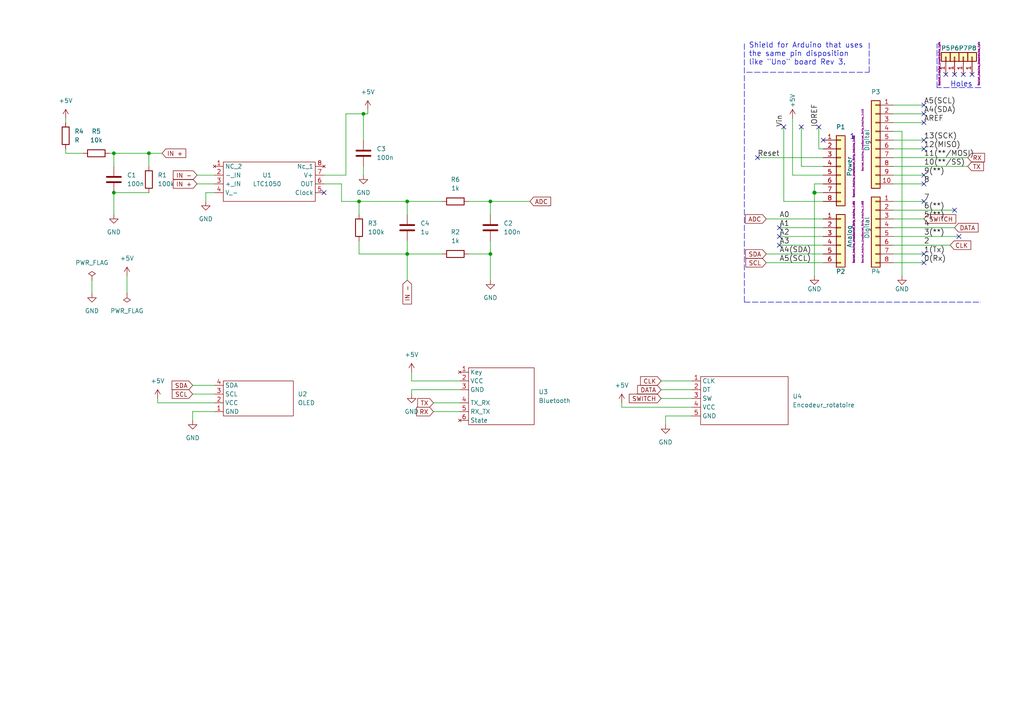
<source format=kicad_sch>
(kicad_sch (version 20211123) (generator eeschema)
  (paper "A4")
  (title_block (date "lun. 30 mars 2015"))
  (lib_symbols
    (symbol "Connector_Generic:Conn_01x01" (pin_names (offset 1.016) hide)
      (property "Reference" "J" (at 0 2.54 0))
      (property "Value" "Conn_01x01" (at 0 -2.54 0))
      (symbol "Conn_01x01_1_1"
        (rectangle (start -1.27 0.127) (end 0 -0.127) (stroke (width 0.1524)))
        (rectangle (start -1.27 1.27) (end 1.27 -1.27) (stroke (width 0.254)) (fill (type background)))
        (pin passive line (at -5.08 0 0) (length 3.81) (name "Pin_1") (number "1"))
      )
    )
    (symbol "Connector_Generic:Conn_01x06" (pin_names (offset 1.016) hide)
      (property "Reference" "J" (at 0 7.62 0))
      (property "Value" "Conn_01x06" (at 0 -10.16 0))
      (symbol "Conn_01x06_1_1"
        (rectangle (start -1.27 -7.493) (end 0 -7.747) (stroke (width 0.1524)))
        (rectangle (start -1.27 -4.953) (end 0 -5.207) (stroke (width 0.1524)))
        (rectangle (start -1.27 -2.413) (end 0 -2.667) (stroke (width 0.1524)))
        (rectangle (start -1.27 0.127) (end 0 -0.127) (stroke (width 0.1524)))
        (rectangle (start -1.27 2.667) (end 0 2.413) (stroke (width 0.1524)))
        (rectangle (start -1.27 5.207) (end 0 4.953) (stroke (width 0.1524)))
        (rectangle (start -1.27 6.35) (end 1.27 -8.89) (stroke (width 0.254)) (fill (type background)))
        (pin passive line (at -5.08 5.08 0) (length 3.81) (name "Pin_1") (number "1"))
        (pin passive line (at -5.08 2.54 0) (length 3.81) (name "Pin_2") (number "2"))
        (pin passive line (at -5.08 0 0) (length 3.81) (name "Pin_3") (number "3"))
        (pin passive line (at -5.08 -2.54 0) (length 3.81) (name "Pin_4") (number "4"))
        (pin passive line (at -5.08 -5.08 0) (length 3.81) (name "Pin_5") (number "5"))
        (pin passive line (at -5.08 -7.62 0) (length 3.81) (name "Pin_6") (number "6"))
      )
    )
    (symbol "Connector_Generic:Conn_01x08" (pin_names (offset 1.016) hide)
      (property "Reference" "J" (at 0 10.16 0))
      (property "Value" "Conn_01x08" (at 0 -12.7 0))
      (symbol "Conn_01x08_1_1"
        (rectangle (start -1.27 -10.033) (end 0 -10.287) (stroke (width 0.1524)))
        (rectangle (start -1.27 -7.493) (end 0 -7.747) (stroke (width 0.1524)))
        (rectangle (start -1.27 -4.953) (end 0 -5.207) (stroke (width 0.1524)))
        (rectangle (start -1.27 -2.413) (end 0 -2.667) (stroke (width 0.1524)))
        (rectangle (start -1.27 0.127) (end 0 -0.127) (stroke (width 0.1524)))
        (rectangle (start -1.27 2.667) (end 0 2.413) (stroke (width 0.1524)))
        (rectangle (start -1.27 5.207) (end 0 4.953) (stroke (width 0.1524)))
        (rectangle (start -1.27 7.747) (end 0 7.493) (stroke (width 0.1524)))
        (rectangle (start -1.27 8.89) (end 1.27 -11.43) (stroke (width 0.254)) (fill (type background)))
        (pin passive line (at -5.08 7.62 0) (length 3.81) (name "Pin_1") (number "1"))
        (pin passive line (at -5.08 5.08 0) (length 3.81) (name "Pin_2") (number "2"))
        (pin passive line (at -5.08 2.54 0) (length 3.81) (name "Pin_3") (number "3"))
        (pin passive line (at -5.08 0 0) (length 3.81) (name "Pin_4") (number "4"))
        (pin passive line (at -5.08 -2.54 0) (length 3.81) (name "Pin_5") (number "5"))
        (pin passive line (at -5.08 -5.08 0) (length 3.81) (name "Pin_6") (number "6"))
        (pin passive line (at -5.08 -7.62 0) (length 3.81) (name "Pin_7") (number "7"))
        (pin passive line (at -5.08 -10.16 0) (length 3.81) (name "Pin_8") (number "8"))
      )
    )
    (symbol "Connector_Generic:Conn_01x10" (pin_names (offset 1.016) hide)
      (property "Reference" "J" (at 0 12.7 0))
      (property "Value" "Conn_01x10" (at 0 -15.24 0))
      (symbol "Conn_01x10_1_1"
        (rectangle (start -1.27 -12.573) (end 0 -12.827) (stroke (width 0.1524)))
        (rectangle (start -1.27 -10.033) (end 0 -10.287) (stroke (width 0.1524)))
        (rectangle (start -1.27 -7.493) (end 0 -7.747) (stroke (width 0.1524)))
        (rectangle (start -1.27 -4.953) (end 0 -5.207) (stroke (width 0.1524)))
        (rectangle (start -1.27 -2.413) (end 0 -2.667) (stroke (width 0.1524)))
        (rectangle (start -1.27 0.127) (end 0 -0.127) (stroke (width 0.1524)))
        (rectangle (start -1.27 2.667) (end 0 2.413) (stroke (width 0.1524)))
        (rectangle (start -1.27 5.207) (end 0 4.953) (stroke (width 0.1524)))
        (rectangle (start -1.27 7.747) (end 0 7.493) (stroke (width 0.1524)))
        (rectangle (start -1.27 10.287) (end 0 10.033) (stroke (width 0.1524)))
        (rectangle (start -1.27 11.43) (end 1.27 -13.97) (stroke (width 0.254)) (fill (type background)))
        (pin passive line (at -5.08 10.16 0) (length 3.81) (name "Pin_1") (number "1"))
        (pin passive line (at -5.08 -12.7 0) (length 3.81) (name "Pin_10") (number "10"))
        (pin passive line (at -5.08 7.62 0) (length 3.81) (name "Pin_2") (number "2"))
        (pin passive line (at -5.08 5.08 0) (length 3.81) (name "Pin_3") (number "3"))
        (pin passive line (at -5.08 2.54 0) (length 3.81) (name "Pin_4") (number "4"))
        (pin passive line (at -5.08 0 0) (length 3.81) (name "Pin_5") (number "5"))
        (pin passive line (at -5.08 -2.54 0) (length 3.81) (name "Pin_6") (number "6"))
        (pin passive line (at -5.08 -5.08 0) (length 3.81) (name "Pin_7") (number "7"))
        (pin passive line (at -5.08 -7.62 0) (length 3.81) (name "Pin_8") (number "8"))
        (pin passive line (at -5.08 -10.16 0) (length 3.81) (name "Pin_9") (number "9"))
      )
    )
    (symbol "Device:C" (pin_numbers hide) (pin_names (offset 0.254))
      (property "Reference" "C" (at 0.635 2.54 0))
      (property "Value" "C" (at 0.635 -2.54 0))
      (symbol "C_0_1"
        (polyline (pts (xy -2.032 -0.762) (xy 2.032 -0.762)) (stroke (width 0.508)))
        (polyline (pts (xy -2.032 0.762) (xy 2.032 0.762)) (stroke (width 0.508)))
      )
      (symbol "C_1_1"
        (pin passive line (at 0 3.81 270) (length 2.794) (name "~") (number "1"))
        (pin passive line (at 0 -3.81 90) (length 2.794) (name "~") (number "2"))
      )
    )
    (symbol "Device:R" (pin_numbers hide) (pin_names (offset 0))
      (property "Reference" "R" (at 2.032 0 90))
      (property "Value" "R" (at 0 0 90))
      (symbol "R_0_1"
        (rectangle (start -1.016 -2.54) (end 1.016 2.54) (stroke (width 0.254)))
      )
      (symbol "R_1_1"
        (pin passive line (at 0 3.81 270) (length 1.27) (name "~") (number "1"))
        (pin passive line (at 0 -3.81 90) (length 1.27) (name "~") (number "2"))
      )
    )
    (symbol "Encodeur_rotatoire_1"
      (property "Reference" "U" (at 0 0 0))
      (property "Value" "Encodeur_rotatoire_1" (at 0 0 0))
      (symbol "Encodeur_rotatoire_1_0_1"
        (rectangle (start -12.7 7.62) (end 12.7 -6.35))
      )
      (symbol "Encodeur_rotatoire_1_1_1"
        (pin input line (at -15.24 6.35 0) (length 2.54) (name "CLK") (number "1"))
        (pin input line (at -15.24 3.81 0) (length 2.54) (name "DT") (number "2"))
        (pin input line (at -15.24 1.27 0) (length 2.54) (name "SW") (number "3"))
        (pin input line (at -15.24 -1.27 0) (length 2.54) (name "VCC") (number "4"))
        (pin unspecified line (at -15.24 -3.81 0) (length 2.54) (name "GND") (number "5"))
      )
    )
    (symbol "New_Library:Bluetooth"
      (property "Reference" "U" (at 3.81 0 0))
      (property "Value" "Bluetooth" (at 3.81 -2.54 0))
      (symbol "Bluetooth_0_1"
        (rectangle (start -8.89 7.62) (end 10.16 -8.89))
      )
      (symbol "Bluetooth_1_1"
        (pin no_connect line (at -11.43 6.35 0) (length 2.54) (name "Key") (number "1"))
        (pin input line (at -11.43 3.81 0) (length 2.54) (name "VCC") (number "2"))
        (pin unspecified line (at -11.43 1.27 0) (length 2.54) (name "GND") (number "3"))
        (pin input line (at -11.43 -2.54 0) (length 2.54) (name "TX_RX") (number "4"))
        (pin input line (at -11.43 -5.08 0) (length 2.54) (name "RX_TX") (number "5"))
        (pin no_connect line (at -11.43 -7.62 0) (length 2.54) (name "State") (number "6"))
      )
    )
    (symbol "New_Library:LTC1050"
      (property "Reference" "U" (at -7.62 0 0))
      (property "Value" "LTC1050" (at 6.35 0 0))
      (symbol "LTC1050_0_1"
        (rectangle (start -12.7 -2.54) (end 13.97 -13.97))
      )
      (symbol "LTC1050_1_1"
        (pin no_connect line (at -15.24 -3.81 0) (length 2.54) (name "NC_2") (number "1"))
        (pin input line (at -15.24 -6.35 0) (length 2.54) (name "-_IN") (number "2"))
        (pin input line (at -15.24 -8.89 0) (length 2.54) (name "+_IN") (number "3"))
        (pin input line (at -15.24 -11.43 0) (length 2.54) (name "V_-") (number "4"))
        (pin input line (at 16.51 -11.43 180) (length 2.54) (name "Clock") (number "5"))
        (pin output line (at 16.51 -8.89 180) (length 2.54) (name "OUT") (number "6"))
        (pin input line (at 16.51 -6.35 180) (length 2.54) (name "V+") (number "7"))
        (pin no_connect line (at 16.51 -3.81 180) (length 2.54) (name "Nc_1") (number "8"))
      )
    )
    (symbol "OLED_1"
      (property "Reference" "U2" (at 0 0 0))
      (property "Value" "OLED_1" (at 0 2.54 0))
      (symbol "OLED_1_0_1"
        (rectangle (start -10.16 6.35) (end 10.16 -3.81))
      )
      (symbol "OLED_1_1_1"
        (pin unspecified line (at -12.7 -2.54 0) (length 2.54) (name "GND") (number "1"))
        (pin input line (at -12.7 0 0) (length 2.54) (name "VCC") (number "2"))
        (pin input line (at -12.7 2.54 0) (length 2.54) (name "SCL") (number "3"))
        (pin input line (at -12.7 5.08 0) (length 2.54) (name "SDA") (number "4"))
      )
    )
    (symbol "power:+5V" (power) (pin_names (offset 0))
      (property "Value" "+5V" (at 0 3.556 0))
      (symbol "+5V_0_1"
        (polyline (pts (xy -0.762 1.27) (xy 0 2.54)))
        (polyline (pts (xy 0 0) (xy 0 2.54)))
        (polyline (pts (xy 0 2.54) (xy 0.762 1.27)))
      )
      (symbol "+5V_1_1"
        (pin power_in line (at 0 0 90) (length 0) hide (name "+5V") (number "1"))
      )
    )
    (symbol "power:GND" (power) (pin_names (offset 0))
      (property "Value" "GND" (at 0 -3.81 0))
      (symbol "GND_0_1"
        (polyline (pts (xy 0 0) (xy 0 -1.27) (xy 1.27 -1.27) (xy 0 -2.54) (xy -1.27 -1.27) (xy 0 -1.27)))
      )
      (symbol "GND_1_1"
        (pin power_in line (at 0 0 270) (length 0) hide (name "GND") (number "1"))
      )
    )
    (symbol "power:PWR_FLAG" (power) (pin_numbers hide) (pin_names (offset 0) hide)
      (property "Value" "PWR_FLAG" (at 0 3.81 0))
      (symbol "PWR_FLAG_0_0"
        (pin power_out line (at 0 0 90) (length 0) (name "pwr") (number "1"))
      )
      (symbol "PWR_FLAG_0_1"
        (polyline (pts (xy 0 0) (xy 0 1.27) (xy -1.016 1.905) (xy 0 2.54) (xy 1.016 1.905) (xy 0 1.27)))
      )
    )
  )
  (junction (at 236.22 55.88) (diameter 1.016))
  (junction (at 104.14 58.42))
  (junction (at 33.02 55.88))
  (junction (at 105.41 33.02))
  (junction (at 118.11 58.42))
  (junction (at 43.18 44.45))
  (junction (at 33.02 44.45))
  (junction (at 142.24 73.66))
  (junction (at 118.11 73.66))
  (junction (at 142.24 58.42))
  (no_connect (at 93.98 55.88))
  (no_connect (at 279.4 21.59))
  (no_connect (at 274.32 21.59))
  (no_connect (at 227.33 36.83))
  (no_connect (at 276.86 60.96))
  (no_connect (at 267.97 33.02))
  (no_connect (at 267.97 35.56))
  (no_connect (at 267.97 40.64))
  (no_connect (at 267.97 43.18))
  (no_connect (at 267.97 50.8))
  (no_connect (at 237.49 36.83))
  (no_connect (at 219.71 45.72))
  (no_connect (at 226.06 66.04))
  (no_connect (at 226.06 68.58))
  (no_connect (at 226.06 71.12))
  (no_connect (at 267.97 30.48))
  (no_connect (at 267.97 53.34))
  (no_connect (at 267.97 58.42))
  (no_connect (at 278.13 68.58))
  (no_connect (at 267.97 76.2))
  (no_connect (at 267.97 73.66))
  (no_connect (at 276.86 21.59))
  (no_connect (at 281.94 21.59))
  (no_connect (at 238.76 40.64))
  (no_connect (at 232.41 36.83))
  (wire (pts (xy 33.02 44.45) (xy 33.02 48.26)))
  (wire (pts (xy 106.68 33.02) (xy 106.68 31.75)))
  (wire (pts (xy 238.76 48.26) (xy 232.41 48.26)))
  (wire (pts (xy 100.33 50.8) (xy 100.33 33.02)))
  (wire (pts (xy 238.76 71.12) (xy 226.06 71.12)))
  (wire (pts (xy 135.89 73.66) (xy 142.24 73.66)))
  (wire (pts (xy 193.04 120.65) (xy 200.66 120.65)))
  (polyline (pts (xy 252.095 20.955) (xy 252.095 12.065)) (stroke (width 0) (type dash)))
  (wire (pts (xy 259.08 63.5) (xy 267.97 63.5)))
  (wire (pts (xy 118.11 73.66) (xy 128.27 73.66)))
  (wire (pts (xy 43.18 44.45) (xy 43.18 48.26)))
  (wire (pts (xy 59.69 58.42) (xy 59.69 55.88)))
  (wire (pts (xy 104.14 73.66) (xy 118.11 73.66)))
  (wire (pts (xy 135.89 58.42) (xy 142.24 58.42)))
  (wire (pts (xy 118.11 69.85) (xy 118.11 73.66)))
  (wire (pts (xy 33.02 55.88) (xy 33.02 62.23)))
  (wire (pts (xy 236.22 53.34) (xy 236.22 55.88)))
  (wire (pts (xy 118.11 58.42) (xy 128.27 58.42)))
  (wire (pts (xy 59.69 55.88) (xy 62.23 55.88)))
  (wire (pts (xy 259.08 43.18) (xy 267.97 43.18)))
  (wire (pts (xy 125.73 116.84) (xy 133.35 116.84)))
  (wire (pts (xy 261.62 38.1) (xy 261.62 80.01)))
  (wire (pts (xy 238.76 53.34) (xy 236.22 53.34)))
  (wire (pts (xy 104.14 58.42) (xy 118.11 58.42)))
  (wire (pts (xy 180.34 116.84) (xy 180.34 118.11)))
  (wire (pts (xy 45.72 116.84) (xy 62.23 116.84)))
  (wire (pts (xy 55.88 121.92) (xy 55.88 119.38)))
  (wire (pts (xy 55.88 119.38) (xy 62.23 119.38)))
  (wire (pts (xy 259.08 53.34) (xy 267.97 53.34)))
  (wire (pts (xy 237.49 43.18) (xy 238.76 43.18)))
  (wire (pts (xy 238.76 50.8) (xy 229.87 50.8)))
  (wire (pts (xy 19.05 34.29) (xy 19.05 35.56)))
  (wire (pts (xy 142.24 69.85) (xy 142.24 73.66)))
  (wire (pts (xy 259.08 40.64) (xy 267.97 40.64)))
  (wire (pts (xy 93.98 53.34) (xy 99.06 53.34)))
  (wire (pts (xy 259.08 58.42) (xy 267.97 58.42)))
  (wire (pts (xy 238.76 66.04) (xy 226.06 66.04)))
  (wire (pts (xy 191.77 115.57) (xy 200.66 115.57)))
  (wire (pts (xy 259.08 30.48) (xy 267.97 30.48)))
  (wire (pts (xy 191.77 110.49) (xy 200.66 110.49)))
  (wire (pts (xy 57.15 50.8) (xy 62.23 50.8)))
  (wire (pts (xy 259.08 71.12) (xy 275.59 71.12)))
  (wire (pts (xy 191.77 113.03) (xy 200.66 113.03)))
  (wire (pts (xy 104.14 58.42) (xy 104.14 62.23)))
  (wire (pts (xy 99.06 58.42) (xy 104.14 58.42)))
  (wire (pts (xy 26.67 81.28) (xy 26.67 85.09)))
  (wire (pts (xy 105.41 33.02) (xy 105.41 40.64)))
  (wire (pts (xy 238.76 58.42) (xy 227.33 58.42)))
  (wire (pts (xy 125.73 119.38) (xy 133.35 119.38)))
  (wire (pts (xy 43.18 44.45) (xy 46.99 44.45)))
  (wire (pts (xy 33.02 55.88) (xy 43.18 55.88)))
  (wire (pts (xy 19.05 44.45) (xy 24.13 44.45)))
  (wire (pts (xy 19.05 43.18) (xy 19.05 44.45)))
  (wire (pts (xy 222.25 63.5) (xy 238.76 63.5)))
  (wire (pts (xy 118.11 58.42) (xy 118.11 62.23)))
  (wire (pts (xy 99.06 53.34) (xy 99.06 58.42)))
  (wire (pts (xy 259.08 45.72) (xy 280.67 45.72)))
  (wire (pts (xy 222.25 73.66) (xy 238.76 73.66)))
  (polyline (pts (xy 284.48 25.4) (xy 271.78 25.4)) (stroke (width 0) (type dash)))
  (wire (pts (xy 31.75 44.45) (xy 33.02 44.45)))
  (wire (pts (xy 238.76 45.72) (xy 219.71 45.72)))
  (wire (pts (xy 259.08 38.1) (xy 261.62 38.1)))
  (wire (pts (xy 142.24 58.42) (xy 153.67 58.42)))
  (wire (pts (xy 238.76 55.88) (xy 236.22 55.88)))
  (wire (pts (xy 259.08 50.8) (xy 267.97 50.8)))
  (wire (pts (xy 142.24 58.42) (xy 142.24 62.23)))
  (wire (pts (xy 105.41 48.26) (xy 105.41 50.8)))
  (wire (pts (xy 119.38 110.49) (xy 133.35 110.49)))
  (wire (pts (xy 119.38 107.95) (xy 119.38 110.49)))
  (wire (pts (xy 236.22 55.88) (xy 236.22 80.01)))
  (wire (pts (xy 227.33 58.42) (xy 227.33 36.83)))
  (wire (pts (xy 55.88 114.3) (xy 62.23 114.3)))
  (polyline (pts (xy 215.9 87.63) (xy 284.48 87.63)) (stroke (width 0) (type dash)))
  (wire (pts (xy 259.08 68.58) (xy 278.13 68.58)))
  (wire (pts (xy 142.24 73.66) (xy 142.24 81.28)))
  (wire (pts (xy 222.25 76.2) (xy 238.76 76.2)))
  (wire (pts (xy 259.08 73.66) (xy 267.97 73.66)))
  (polyline (pts (xy 271.78 25.4) (xy 271.78 12.7)) (stroke (width 0) (type dash)))
  (wire (pts (xy 55.88 111.76) (xy 62.23 111.76)))
  (wire (pts (xy 259.08 60.96) (xy 276.86 60.96)))
  (wire (pts (xy 45.72 115.57) (xy 45.72 116.84)))
  (wire (pts (xy 33.02 44.45) (xy 43.18 44.45)))
  (wire (pts (xy 229.87 50.8) (xy 229.87 34.29)))
  (wire (pts (xy 259.08 33.02) (xy 267.97 33.02)))
  (wire (pts (xy 100.33 33.02) (xy 105.41 33.02)))
  (wire (pts (xy 259.08 66.04) (xy 276.86 66.04)))
  (wire (pts (xy 105.41 33.02) (xy 106.68 33.02)))
  (wire (pts (xy 259.08 35.56) (xy 267.97 35.56)))
  (wire (pts (xy 119.38 113.03) (xy 119.38 114.3)))
  (wire (pts (xy 93.98 50.8) (xy 100.33 50.8)))
  (polyline (pts (xy 215.9 12.7) (xy 215.9 87.63)) (stroke (width 0) (type dash)))
  (wire (pts (xy 119.38 113.03) (xy 133.35 113.03)))
  (wire (pts (xy 232.41 48.26) (xy 232.41 36.83)))
  (wire (pts (xy 237.49 36.83) (xy 237.49 43.18)))
  (wire (pts (xy 57.15 53.34) (xy 62.23 53.34)))
  (wire (pts (xy 193.04 123.19) (xy 193.04 120.65)))
  (wire (pts (xy 36.83 80.01) (xy 36.83 85.09)))
  (wire (pts (xy 259.08 76.2) (xy 267.97 76.2)))
  (wire (pts (xy 259.08 48.26) (xy 280.67 48.26)))
  (wire (pts (xy 180.34 118.11) (xy 200.66 118.11)))
  (wire (pts (xy 238.76 68.58) (xy 226.06 68.58)))
  (wire (pts (xy 104.14 69.85) (xy 104.14 73.66)))
  (polyline (pts (xy 216.535 20.955) (xy 252.095 20.955)) (stroke (width 0) (type dash)))
  (wire (pts (xy 118.11 73.66) (xy 118.11 81.28)))
  (text "Holes" (at 275.59 25.4 0) (effects (font (size 1.524 1.524)) (justify left bottom)))
  (text "Shield for Arduino that uses\nthe same pin disposition\nlike \"Uno\" board Rev 3." (at 217.17 19.05 0) (effects (font (size 1.524 1.524)) (justify left bottom)))
  (text "1" (at 246.38 40.64 0) (effects (font (size 1.524 1.524)) (justify left bottom)))
  (label "Vin" (at 227.33 36.83 90) (effects (font (size 1.524 1.524))))
  (label "0(Rx)" (at 267.97 76.2 0) (effects (font (size 1.524 1.524))))
  (label "A4(SDA)" (at 226.06 73.66 0) (effects (font (size 1.524 1.524))))
  (label "4" (at 267.97 66.04 0) (effects (font (size 1.524 1.524))))
  (label "5(**)" (at 267.97 63.5 0) (effects (font (size 1.524 1.524))))
  (label "A2" (at 226.06 68.58 0) (effects (font (size 1.524 1.524))))
  (label "A5(SCL)" (at 226.06 76.2 0) (effects (font (size 1.524 1.524))))
  (label "A0" (at 226.06 63.5 0) (effects (font (size 1.524 1.524))))
  (label "A1" (at 226.06 66.04 0) (effects (font (size 1.524 1.524))))
  (label "10(**/SS)" (at 267.97 48.26 0) (effects (font (size 1.524 1.524))))
  (label "13(SCK)" (at 267.97 40.64 0) (effects (font (size 1.524 1.524))))
  (label "7" (at 267.97 58.42 0) (effects (font (size 1.524 1.524))))
  (label "A4(SDA)" (at 267.97 33.02 0) (effects (font (size 1.524 1.524))))
  (label "A3" (at 226.06 71.12 0) (effects (font (size 1.524 1.524))))
  (label "Reset" (at 219.71 45.72 0) (effects (font (size 1.524 1.524))))
  (label "2" (at 267.97 71.12 0) (effects (font (size 1.524 1.524))))
  (label "12(MISO)" (at 267.97 43.18 0) (effects (font (size 1.524 1.524))))
  (label "3(**)" (at 267.97 68.58 0) (effects (font (size 1.524 1.524))))
  (label "9(**)" (at 267.97 50.8 0) (effects (font (size 1.524 1.524))))
  (label "8" (at 267.97 53.34 0) (effects (font (size 1.524 1.524))))
  (label "A5(SCL)" (at 267.97 30.48 0) (effects (font (size 1.524 1.524))))
  (label "IOREF" (at 237.49 36.83 90) (effects (font (size 1.524 1.524))))
  (label "AREF" (at 267.97 35.56 0) (effects (font (size 1.524 1.524))))
  (label "11(**/MOSI)" (at 267.97 45.72 0) (effects (font (size 1.524 1.524))))
  (label "1(Tx)" (at 267.97 73.66 0) (effects (font (size 1.524 1.524))))
  (label "6(**)" (at 267.97 60.96 0) (effects (font (size 1.524 1.524))))
  (global_label "DATA" (shape input) (at 191.77 113.03 180) (property "Intersheet References" "${INTERSHEET_REFS}" (effects hide)))
  (global_label "CLK" (shape input) (at 275.59 71.12 0) (property "Intersheet References" "${INTERSHEET_REFS}" (effects hide)))
  (global_label "SDA" (shape input) (at 222.25 73.66 180) (property "Intersheet References" "${INTERSHEET_REFS}" (effects hide)))
  (global_label "RX" (shape input) (at 280.67 45.72 0) (property "Intersheet References" "${INTERSHEET_REFS}" (effects hide)))
  (global_label "SDA" (shape input) (at 55.88 111.76 180) (property "Intersheet References" "${INTERSHEET_REFS}" (effects hide)))
  (global_label "RX" (shape input) (at 125.73 119.38 180) (property "Intersheet References" "${INTERSHEET_REFS}" (effects hide)))
  (global_label "IN +" (shape input) (at 57.15 53.34 180) (property "Intersheet References" "${INTERSHEET_REFS}" (effects hide)))
  (global_label "TX" (shape input) (at 125.73 116.84 180) (property "Intersheet References" "${INTERSHEET_REFS}" (effects hide)))
  (global_label "CLK" (shape input) (at 191.77 110.49 180) (property "Intersheet References" "${INTERSHEET_REFS}" (effects hide)))
  (global_label "IN -" (shape input) (at 118.11 81.28 270) (property "Intersheet References" "${INTERSHEET_REFS}" (effects hide)))
  (global_label "IN +" (shape input) (at 46.99 44.45 0) (property "Intersheet References" "${INTERSHEET_REFS}" (effects hide)))
  (global_label "DATA" (shape input) (at 276.86 66.04 0) (property "Intersheet References" "${INTERSHEET_REFS}" (effects hide)))
  (global_label "ADC" (shape input) (at 153.67 58.42 0) (property "Intersheet References" "${INTERSHEET_REFS}" (effects hide)))
  (global_label "TX" (shape input) (at 280.67 48.26 0) (property "Intersheet References" "${INTERSHEET_REFS}" (effects hide)))
  (global_label "SWITCH" (shape input) (at 267.97 63.5 0) (property "Intersheet References" "${INTERSHEET_REFS}" (effects hide)))
  (global_label "SCL" (shape input) (at 55.88 114.3 180) (property "Intersheet References" "${INTERSHEET_REFS}" (effects hide)))
  (global_label "ADC" (shape input) (at 222.25 63.5 180) (property "Intersheet References" "${INTERSHEET_REFS}" (effects hide)))
  (global_label "SWITCH" (shape input) (at 191.77 115.57 180) (property "Intersheet References" "${INTERSHEET_REFS}" (effects hide)))
  (global_label "IN -" (shape input) (at 57.15 50.8 180) (property "Intersheet References" "${INTERSHEET_REFS}" (effects hide)))
  (global_label "SCL" (shape input) (at 222.25 76.2 180) (property "Intersheet References" "${INTERSHEET_REFS}" (effects hide)))
  (symbol (lib_id "Connector_Generic:Conn_01x08") (at 243.84 48.26 0) (unit 1)
    (property "Reference" "P1" (at 243.84 36.83 0))
    (property "Value" "Power" (at 246.38 48.26 90))
    (property "Footprint" "Socket_Arduino_Uno:Socket_Strip_Arduino_1x08" (at 247.65 48.26 90) (effects (font (size 0.508 0.508))))
  )
  (symbol (lib_id "power:+5V") (at 229.87 34.29 0) (unit 1)
    (property "Reference" "#PWR02" (effects hide))
    (property "Value" "+5V" (at 229.87 29.21 90))
  )
  (symbol (lib_id "power:GND") (at 236.22 80.01 0) (unit 1)
    (property "Reference" "#PWR03" (effects hide))
    (property "Value" "GND" (at 236.22 83.82 0))
  )
  (symbol (lib_id "power:GND") (at 261.62 80.01 0) (unit 1)
    (property "Reference" "#PWR04" (effects hide))
    (property "Value" "GND" (at 261.62 83.82 0))
  )
  (symbol (lib_id "Connector_Generic:Conn_01x06") (at 243.84 68.58 0) (unit 1)
    (property "Reference" "P2" (at 243.84 78.74 0))
    (property "Value" "Analog" (at 246.38 68.58 90))
    (property "Footprint" "Socket_Arduino_Uno:Socket_Strip_Arduino_1x06" (at 247.65 67.31 90) (effects (font (size 0.508 0.508))))
  )
  (symbol (lib_id "Connector_Generic:Conn_01x01") (at 274.32 16.51 90) (unit 1)
    (property "Reference" "P5" (at 274.32 13.97 90))
    (property "Value" "CONN_01X01" (effects hide))
    (property "Footprint" "Socket_Arduino_Uno:Arduino_1pin" (at 272.4404 18.5166 0) (effects (font (size 0.508 0.508))))
  )
  (symbol (lib_id "Connector_Generic:Conn_01x01") (at 276.86 16.51 90) (unit 1)
    (property "Reference" "P6" (at 276.86 13.97 90))
    (property "Value" "CONN_01X01" (effects hide))
    (property "Footprint" "Socket_Arduino_Uno:Arduino_1pin" (effects hide))
  )
  (symbol (lib_id "Connector_Generic:Conn_01x01") (at 279.4 16.51 90) (unit 1)
    (property "Reference" "P7" (at 279.4 13.97 90))
    (property "Value" "CONN_01X01" (effects hide))
    (property "Footprint" "Socket_Arduino_Uno:Arduino_1pin" (effects hide))
  )
  (symbol (lib_id "Connector_Generic:Conn_01x01") (at 281.94 16.51 90) (unit 1)
    (property "Reference" "P8" (at 281.94 13.97 90))
    (property "Value" "CONN_01X01" (effects hide))
    (property "Footprint" "Socket_Arduino_Uno:Arduino_1pin" (at 283.9212 18.4404 0) (effects (font (size 0.508 0.508))))
  )
  (symbol (lib_id "Connector_Generic:Conn_01x08") (at 254 66.04 0) (mirror y) (unit 1)
    (property "Reference" "P4" (at 254 78.74 0))
    (property "Value" "Digital" (at 251.46 66.04 90))
    (property "Footprint" "Socket_Arduino_Uno:Socket_Strip_Arduino_1x08" (at 250.19 67.31 90) (effects (font (size 0.508 0.508))))
  )
  (symbol (lib_id "Connector_Generic:Conn_01x10") (at 254 40.64 0) (mirror y) (unit 1)
    (property "Reference" "P3" (at 254 26.67 0))
    (property "Value" "Digital" (at 251.46 40.64 90))
    (property "Footprint" "Socket_Arduino_Uno:Socket_Strip_Arduino_1x10" (at 250.19 40.64 90) (effects (font (size 0.508 0.508))))
  )
  (symbol (lib_id "New_Library:LTC1050") (at 77.47 44.45 0) (unit 1)
    (property "Reference" "U1" (at 77.47 50.8 0))
    (property "Value" "LTC1050" (at 77.47 53.34 0))
    (property "Footprint" "Empreinte_MOSH_Library:LTC1050" (effects hide))
  )
  (symbol (lib_id "Device:R") (at 19.05 39.37 0) (unit 1)
    (property "Reference" "R4" (at 21.59 38.0999 0) (effects (justify left)))
    (property "Value" "R" (at 21.59 40.6399 0) (effects (justify left)))
    (property "Footprint" "Resistor_THT:R_Axial_DIN0207_L6.3mm_D2.5mm_P7.62mm_Horizontal" (effects hide))
  )
  (symbol (lib_id "power:+5V") (at 106.68 31.75 0) (unit 1)
    (property "Reference" "#PWR0101" (effects hide))
    (property "Value" "+5V" (at 106.68 26.67 0))
  )
  (symbol (lib_id "power:GND") (at 55.88 121.92 0) (unit 1)
    (property "Reference" "#PWR0106" (effects hide))
    (property "Value" "GND" (at 55.88 127 0))
  )
  (symbol (lib_id "power:GND") (at 26.67 85.09 0) (unit 1)
    (property "Reference" "#PWR0108" (effects hide))
    (property "Value" "GND" (at 26.67 90.17 0))
  )
  (symbol (lib_id "Device:C") (at 105.41 44.45 0) (unit 1)
    (property "Reference" "C3" (at 109.22 43.1799 0) (effects (justify left)))
    (property "Value" "100n" (at 109.22 45.7199 0) (effects (justify left)))
    (property "Footprint" "Capacitor_THT:C_Disc_D5.0mm_W2.5mm_P5.00mm" (effects hide))
  )
  (symbol (lib_id "Device:C") (at 118.11 66.04 0) (unit 1)
    (property "Reference" "C4" (at 121.92 64.7699 0) (effects (justify left)))
    (property "Value" "1u" (at 121.92 67.3099 0) (effects (justify left)))
    (property "Footprint" "Capacitor_THT:C_Rect_L9.0mm_W5.1mm_P7.50mm_MKT" (effects hide))
  )
  (symbol (lib_id "power:+5V") (at 119.38 107.95 0) (unit 1)
    (property "Reference" "#PWR0111" (effects hide))
    (property "Value" "+5V" (at 119.38 102.87 0))
  )
  (symbol (lib_id "New_Library:Bluetooth") (at 144.78 114.3 0) (unit 1)
    (property "Reference" "U3" (at 156.21 113.6649 0) (effects (justify left)))
    (property "Value" "Bluetooth" (at 156.21 116.2049 0) (effects (justify left)))
    (property "Footprint" "Empreinte_MOSH_Library:Bluetooth" (effects hide))
  )
  (symbol (lib_id "power:GND") (at 105.41 50.8 0) (unit 1)
    (property "Reference" "#PWR0102" (effects hide))
    (property "Value" "GND" (at 105.41 55.88 0))
  )
  (symbol (lib_id "power:GND") (at 59.69 58.42 0) (unit 1)
    (property "Reference" "#PWR0104" (effects hide))
    (property "Value" "GND" (at 59.69 63.5 0))
  )
  (symbol (lib_id "power:GND") (at 119.38 114.3 0) (unit 1)
    (property "Reference" "#PWR0112" (effects hide))
    (property "Value" "GND" (at 119.38 119.38 0))
  )
  (symbol (lib_id "power:+5V") (at 19.05 34.29 0) (unit 1)
    (property "Reference" "#PWR0103" (effects hide))
    (property "Value" "+5V" (at 19.05 29.21 0))
  )
  (symbol (lib_id "power:GND") (at 193.04 123.19 0) (unit 1)
    (property "Reference" "#PWR0114" (effects hide))
    (property "Value" "GND" (at 193.04 128.27 0))
  )
  (symbol (lib_id "Device:R") (at 27.94 44.45 90) (unit 1)
    (property "Reference" "R5" (at 27.94 38.1 90))
    (property "Value" "10k" (at 27.94 40.64 90))
    (property "Footprint" "Resistor_THT:R_Axial_DIN0207_L6.3mm_D2.5mm_P7.62mm_Horizontal" (effects hide))
  )
  (symbol (lib_id "power:GND") (at 33.02 62.23 0) (unit 1)
    (property "Reference" "#PWR0105" (effects hide))
    (property "Value" "GND" (at 33.02 67.31 0))
  )
  (symbol (lib_id "power:GND") (at 142.24 81.28 0) (unit 1)
    (property "Reference" "#PWR0110" (effects hide))
    (property "Value" "GND" (at 142.24 86.36 0))
  )
  (symbol (lib_name "OLED_1") (lib_id "New_Library:OLED") (at 74.93 116.84 0) (unit 1)
    (property "Reference" "U2" (at 86.36 114.2999 0) (effects (justify left)))
    (property "Value" "OLED" (at 86.36 116.8399 0) (effects (justify left)))
    (property "Footprint" "Empreinte_MOSH_Library:OLED" (effects hide))
  )
  (symbol (lib_id "Device:R") (at 104.14 66.04 0) (unit 1)
    (property "Reference" "R3" (at 106.68 64.7699 0) (effects (justify left)))
    (property "Value" "100k" (at 106.68 67.3099 0) (effects (justify left)))
    (property "Footprint" "Resistor_THT:R_Axial_DIN0207_L6.3mm_D2.5mm_P7.62mm_Horizontal" (effects hide))
  )
  (symbol (lib_id "Device:C") (at 33.02 52.07 0) (unit 1)
    (property "Reference" "C1" (at 36.83 50.7999 0) (effects (justify left)))
    (property "Value" "100n" (at 36.83 53.3399 0) (effects (justify left)))
    (property "Footprint" "Capacitor_THT:C_Disc_D5.0mm_W2.5mm_P5.00mm" (effects hide))
  )
  (symbol (lib_id "Device:C") (at 142.24 66.04 0) (unit 1)
    (property "Reference" "C2" (at 146.05 64.7699 0) (effects (justify left)))
    (property "Value" "100n" (at 146.05 67.3099 0) (effects (justify left)))
    (property "Footprint" "Capacitor_THT:C_Disc_D5.0mm_W2.5mm_P5.00mm" (effects hide))
  )
  (symbol (lib_id "power:+5V") (at 36.83 80.01 0) (unit 1)
    (property "Reference" "#PWR0109" (effects hide))
    (property "Value" "+5V" (at 36.83 74.93 0))
  )
  (symbol (lib_name "Encodeur_rotatoire_1") (lib_id "New_Library:Encodeur_rotatoire") (at 215.9 116.84 0) (unit 1)
    (property "Reference" "U4" (at 229.87 114.9349 0) (effects (justify left)))
    (property "Value" "Encodeur_rotatoire" (at 229.87 117.4749 0) (effects (justify left)))
    (property "Footprint" "Empreinte_MOSH_Library:Encodeur_rot" (effects hide))
  )
  (symbol (lib_id "Device:R") (at 132.08 73.66 90) (unit 1)
    (property "Reference" "R2" (at 132.08 67.31 90))
    (property "Value" "1k" (at 132.08 69.85 90))
    (property "Footprint" "Resistor_THT:R_Axial_DIN0207_L6.3mm_D2.5mm_P7.62mm_Horizontal" (effects hide))
  )
  (symbol (lib_id "power:+5V") (at 180.34 116.84 0) (unit 1)
    (property "Reference" "#PWR0113" (effects hide))
    (property "Value" "+5V" (at 180.34 111.76 0))
  )
  (symbol (lib_id "power:+5V") (at 45.72 115.57 0) (unit 1)
    (property "Reference" "#PWR0107" (effects hide))
    (property "Value" "+5V" (at 45.72 110.49 0))
  )
  (symbol (lib_id "power:PWR_FLAG") (at 26.67 81.28 0) (unit 1)
    (property "Reference" "#FLG0101" (effects hide))
    (property "Value" "PWR_FLAG" (at 26.67 76.2 0))
  )
  (symbol (lib_id "power:PWR_FLAG") (at 36.83 85.09 180) (unit 1)
    (property "Reference" "#FLG0102" (effects hide))
    (property "Value" "PWR_FLAG" (at 36.83 90.17 0))
  )
  (symbol (lib_id "Device:R") (at 132.08 58.42 90) (unit 1)
    (property "Reference" "R6" (at 132.08 52.07 90))
    (property "Value" "1k" (at 132.08 54.61 90))
    (property "Footprint" "Resistor_THT:R_Axial_DIN0207_L6.3mm_D2.5mm_P7.62mm_Horizontal" (effects hide))
  )
  (symbol (lib_id "Device:R") (at 43.18 52.07 0) (unit 1)
    (property "Reference" "R1" (at 45.72 50.7999 0) (effects (justify left)))
    (property "Value" "100k" (at 45.72 53.3399 0) (effects (justify left)))
    (property "Footprint" "Resistor_THT:R_Axial_DIN0207_L6.3mm_D2.5mm_P7.62mm_Horizontal" (effects hide))
  )
)
</source>
